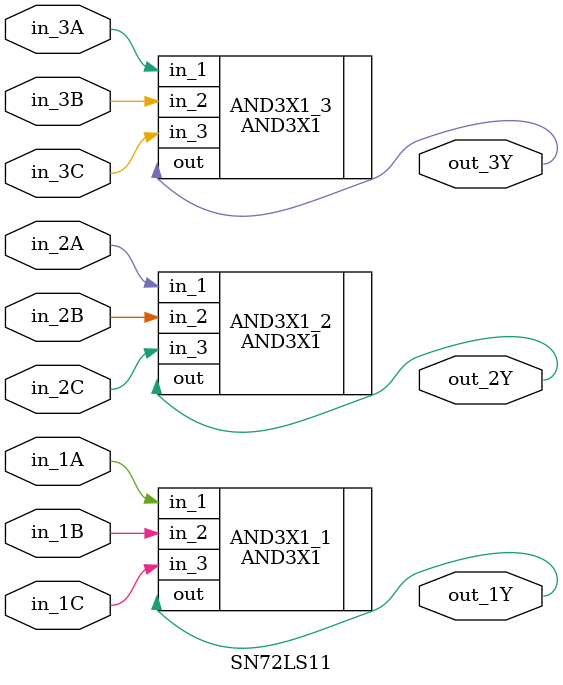
<source format=v>
`timescale 1ns / 1ps

module SN72LS11(
// 1. Port list
	out_1Y,
	out_2Y,
	out_3Y,
	in_1A,
	in_1B,
	in_1C,
	in_2A,
	in_2B,
	in_2C,
	in_3A,
	in_3B,
	in_3C
);

// 2. Port Declaration
output out_1Y;
output out_2Y;
output out_3Y;

input in_1A;
input in_1B;
input in_1C;

input in_2A;
input in_2B;
input in_2C;

input in_3A;
input in_3B;
input in_3C;


// 3. Modeling
AND3X1 AND3X1_1 (.out(out_1Y), .in_1(in_1A), .in_2(in_1B), .in_3(in_1C));
AND3X1 AND3X1_2 (.out(out_2Y), .in_1(in_2A), .in_2(in_2B), .in_3(in_2C));
AND3X1 AND3X1_3 (.out(out_3Y), .in_1(in_3A), .in_2(in_3B), .in_3(in_3C));

endmodule

</source>
